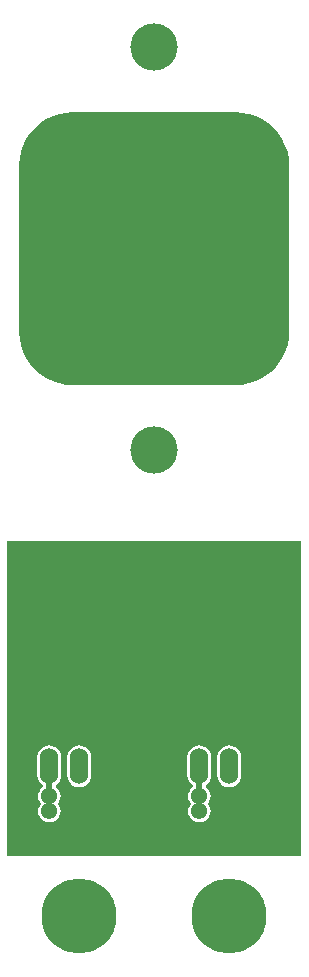
<source format=gtl>
G04 Layer_Physical_Order=1*
G04 Layer_Color=255*
%FSAX24Y24*%
%MOIN*%
G70*
G01*
G75*
%ADD10C,0.0200*%
%ADD11R,0.9800X0.6000*%
%ADD12C,0.0543*%
%ADD13C,0.1575*%
%ADD14O,0.0600X0.1200*%
%ADD15C,0.2500*%
G36*
X019900Y019500D02*
X010100D01*
Y030000D01*
X019900D01*
Y019500D01*
D02*
G37*
G36*
X017700Y044300D02*
X017759D01*
X017935Y044288D01*
X018167Y044242D01*
X018390Y044167D01*
X018602Y044062D01*
X018798Y043931D01*
X018976Y043776D01*
X019131Y043598D01*
X019262Y043402D01*
X019367Y043190D01*
X019442Y042967D01*
X019488Y042735D01*
X019500Y042559D01*
Y042500D01*
X019500Y042500D01*
X019500Y037000D01*
Y036941D01*
X019488Y036765D01*
X019442Y036533D01*
X019367Y036310D01*
X019262Y036098D01*
X019131Y035902D01*
X018976Y035724D01*
X018798Y035569D01*
X018602Y035438D01*
X018390Y035333D01*
X018167Y035258D01*
X017935Y035212D01*
X017759Y035200D01*
X017700D01*
X017700Y035200D01*
X012300Y035200D01*
X012241D01*
X012065Y035212D01*
X011833Y035258D01*
X011610Y035333D01*
X011398Y035438D01*
X011202Y035569D01*
X011024Y035724D01*
X010869Y035902D01*
X010738Y036098D01*
X010633Y036310D01*
X010558Y036533D01*
X010512Y036765D01*
X010500Y036941D01*
Y037000D01*
Y037000D01*
Y042500D01*
Y042559D01*
X010512Y042735D01*
X010558Y042967D01*
X010633Y043190D01*
X010738Y043402D01*
X010869Y043598D01*
X011024Y043776D01*
X011202Y043931D01*
X011398Y044062D01*
X011610Y044167D01*
X011833Y044242D01*
X012065Y044288D01*
X012241Y044300D01*
X012300D01*
X012300Y044300D01*
X017700Y044300D01*
D02*
G37*
%LPC*%
G36*
X011500Y023203D02*
X011396Y023190D01*
X011298Y023149D01*
X011215Y023085D01*
X011151Y023002D01*
X011110Y022904D01*
X011097Y022800D01*
Y022200D01*
X011110Y022096D01*
X011151Y021998D01*
X011215Y021915D01*
X011289Y021858D01*
Y021806D01*
X011235Y021765D01*
X011175Y021687D01*
X011138Y021597D01*
X011125Y021500D01*
X011138Y021403D01*
X011175Y021313D01*
X011223Y021250D01*
X011175Y021187D01*
X011138Y021097D01*
X011125Y021000D01*
X011138Y020903D01*
X011175Y020813D01*
X011235Y020735D01*
X011313Y020675D01*
X011403Y020638D01*
X011500Y020625D01*
X011597Y020638D01*
X011687Y020675D01*
X011765Y020735D01*
X011825Y020813D01*
X011862Y020903D01*
X011875Y021000D01*
X011862Y021097D01*
X011825Y021187D01*
X011777Y021250D01*
X011825Y021313D01*
X011862Y021403D01*
X011875Y021500D01*
X011862Y021597D01*
X011825Y021687D01*
X011765Y021765D01*
X011711Y021806D01*
Y021858D01*
X011785Y021915D01*
X011849Y021998D01*
X011890Y022096D01*
X011903Y022200D01*
Y022800D01*
X011890Y022904D01*
X011849Y023002D01*
X011785Y023085D01*
X011702Y023149D01*
X011604Y023190D01*
X011500Y023203D01*
D02*
G37*
G36*
X016500D02*
X016396Y023190D01*
X016298Y023149D01*
X016215Y023085D01*
X016151Y023002D01*
X016110Y022904D01*
X016097Y022800D01*
Y022200D01*
X016110Y022096D01*
X016151Y021998D01*
X016215Y021915D01*
X016289Y021858D01*
Y021806D01*
X016235Y021765D01*
X016175Y021687D01*
X016138Y021597D01*
X016125Y021500D01*
X016138Y021403D01*
X016175Y021313D01*
X016223Y021250D01*
X016175Y021187D01*
X016138Y021097D01*
X016125Y021000D01*
X016138Y020903D01*
X016175Y020813D01*
X016235Y020735D01*
X016313Y020675D01*
X016403Y020638D01*
X016500Y020625D01*
X016597Y020638D01*
X016687Y020675D01*
X016765Y020735D01*
X016825Y020813D01*
X016862Y020903D01*
X016875Y021000D01*
X016862Y021097D01*
X016825Y021187D01*
X016777Y021250D01*
X016825Y021313D01*
X016862Y021403D01*
X016875Y021500D01*
X016862Y021597D01*
X016825Y021687D01*
X016765Y021765D01*
X016711Y021806D01*
Y021858D01*
X016785Y021915D01*
X016849Y021998D01*
X016890Y022096D01*
X016903Y022200D01*
Y022800D01*
X016890Y022904D01*
X016849Y023002D01*
X016785Y023085D01*
X016702Y023149D01*
X016604Y023190D01*
X016500Y023203D01*
D02*
G37*
G36*
X017500D02*
X017396Y023190D01*
X017298Y023149D01*
X017215Y023085D01*
X017151Y023002D01*
X017110Y022904D01*
X017097Y022800D01*
Y022200D01*
X017110Y022096D01*
X017151Y021998D01*
X017215Y021915D01*
X017298Y021851D01*
X017396Y021810D01*
X017500Y021797D01*
X017604Y021810D01*
X017702Y021851D01*
X017785Y021915D01*
X017849Y021998D01*
X017890Y022096D01*
X017903Y022200D01*
Y022800D01*
X017890Y022904D01*
X017849Y023002D01*
X017785Y023085D01*
X017702Y023149D01*
X017604Y023190D01*
X017500Y023203D01*
D02*
G37*
G36*
X012500D02*
X012396Y023190D01*
X012298Y023149D01*
X012215Y023085D01*
X012151Y023002D01*
X012110Y022904D01*
X012097Y022800D01*
Y022200D01*
X012110Y022096D01*
X012151Y021998D01*
X012215Y021915D01*
X012298Y021851D01*
X012396Y021810D01*
X012500Y021797D01*
X012604Y021810D01*
X012702Y021851D01*
X012785Y021915D01*
X012849Y021998D01*
X012890Y022096D01*
X012903Y022200D01*
Y022800D01*
X012890Y022904D01*
X012849Y023002D01*
X012785Y023085D01*
X012702Y023149D01*
X012604Y023190D01*
X012500Y023203D01*
D02*
G37*
%LPD*%
D10*
X011500Y021000D02*
Y022500D01*
X016500Y021000D02*
Y022500D01*
D11*
X015000Y027000D02*
D03*
D12*
X016500Y021500D02*
D03*
X011500D02*
D03*
Y021000D02*
D03*
X016500D02*
D03*
D13*
X015000Y042531D02*
D03*
Y046469D02*
D03*
Y033031D02*
D03*
Y036969D02*
D03*
D14*
X013500Y022500D02*
D03*
X012500D02*
D03*
X011500D02*
D03*
X018500D02*
D03*
X017500D02*
D03*
X016500D02*
D03*
D15*
X012500Y027000D02*
D03*
X017500D02*
D03*
X012500Y017500D02*
D03*
X017500D02*
D03*
M02*

</source>
